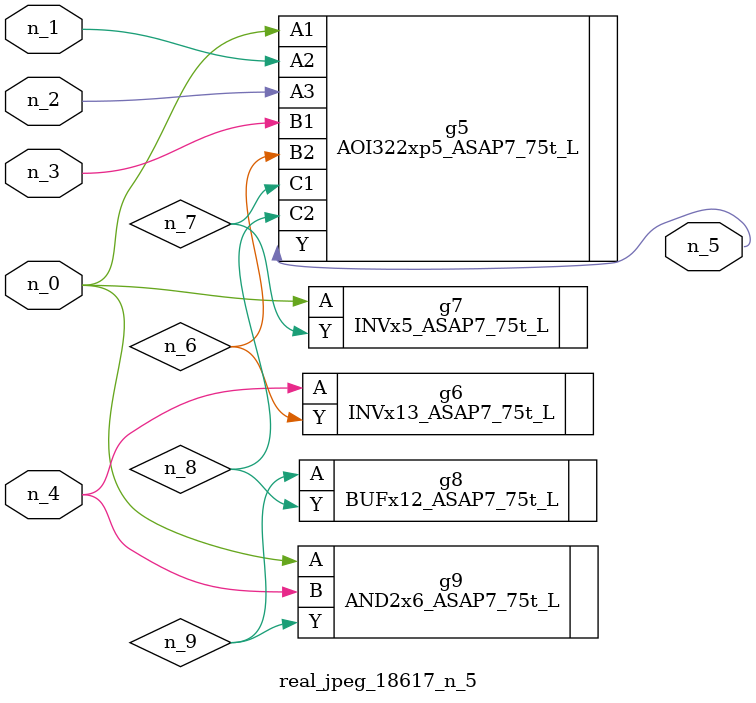
<source format=v>
module real_jpeg_18617_n_5 (n_4, n_0, n_1, n_2, n_3, n_5);

input n_4;
input n_0;
input n_1;
input n_2;
input n_3;

output n_5;

wire n_8;
wire n_6;
wire n_7;
wire n_9;

AOI322xp5_ASAP7_75t_L g5 ( 
.A1(n_0),
.A2(n_1),
.A3(n_2),
.B1(n_3),
.B2(n_6),
.C1(n_7),
.C2(n_8),
.Y(n_5)
);

INVx5_ASAP7_75t_L g7 ( 
.A(n_0),
.Y(n_7)
);

AND2x6_ASAP7_75t_L g9 ( 
.A(n_0),
.B(n_4),
.Y(n_9)
);

INVx13_ASAP7_75t_L g6 ( 
.A(n_4),
.Y(n_6)
);

BUFx12_ASAP7_75t_L g8 ( 
.A(n_9),
.Y(n_8)
);


endmodule
</source>
